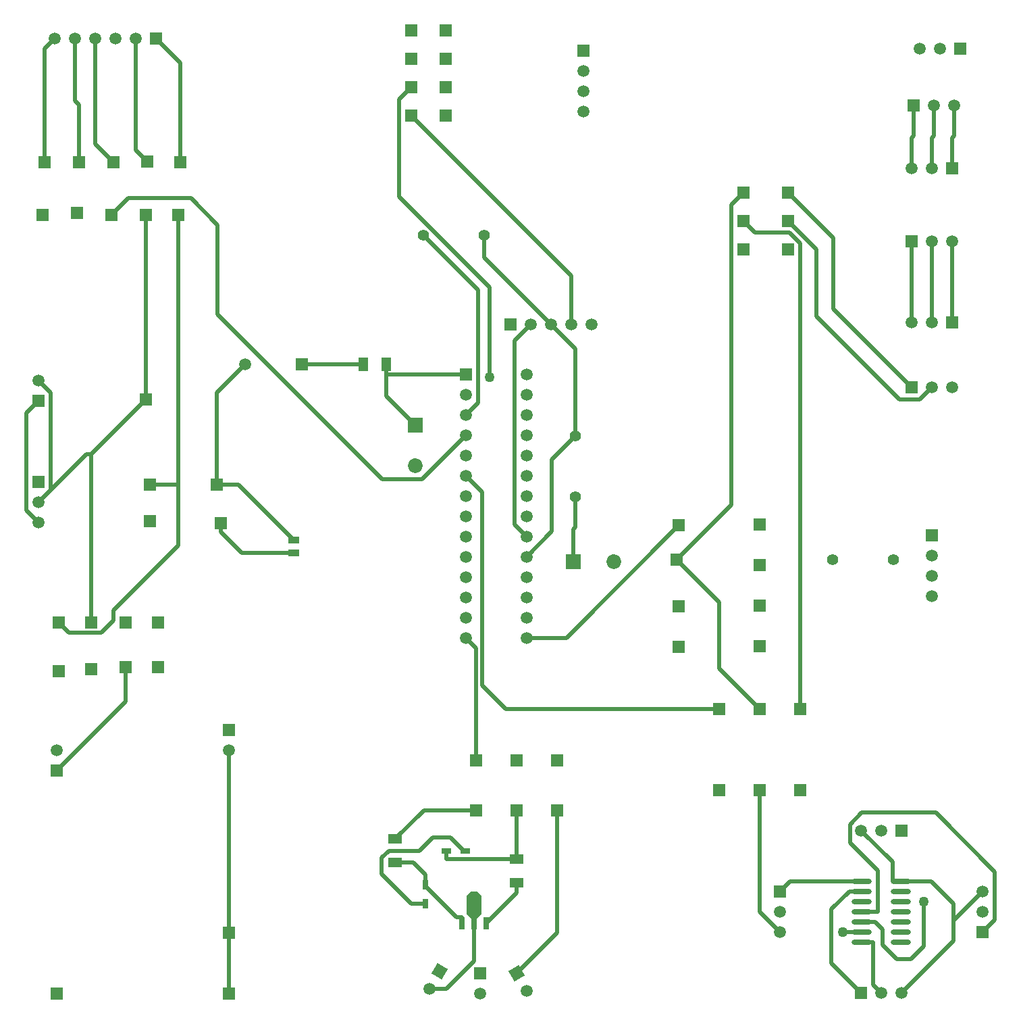
<source format=gbr>
G04 Layer_Physical_Order=1*
G04 Layer_Color=255*
%FSLAX26Y26*%
%MOIN*%
%TF.FileFunction,Copper,L1,Top,Signal*%
%TF.Part,Single*%
G01*
G75*
%TA.AperFunction,SMDPad,CuDef*%
%ADD10R,0.045276X0.070866*%
%ADD11R,0.027559X0.062992*%
%ADD12R,0.031496X0.055118*%
%ADD13R,0.030000X0.045000*%
%ADD14R,0.045000X0.030000*%
%ADD15R,0.070866X0.045276*%
%ADD16R,0.053150X0.037402*%
%ADD17O,0.098425X0.027559*%
%TA.AperFunction,Conductor*%
%ADD18C,0.020000*%
%TA.AperFunction,NonConductor*%
%ADD19C,0.020000*%
%TA.AperFunction,ComponentPad*%
%ADD20R,0.059055X0.059055*%
%ADD21C,0.059055*%
%ADD22C,0.055118*%
%ADD23R,0.072835X0.072835*%
%ADD24C,0.072835*%
%ADD25R,0.059055X0.059055*%
%ADD26P,0.083516X4X345.0*%
%ADD27P,0.083516X4X285.0*%
%ADD28R,0.072835X0.072835*%
%TA.AperFunction,ViaPad*%
%ADD29C,0.050000*%
G36*
X2347402Y562835D02*
Y472284D01*
X2325748Y450630D01*
X2294252D01*
X2272598Y472284D01*
Y562835D01*
X2294252Y584488D01*
X2325748D01*
X2347402Y562835D01*
D02*
G37*
D10*
X1762914Y3185000D02*
D03*
X1877086D02*
D03*
D11*
X2250944Y427008D02*
D03*
X2369056D02*
D03*
D12*
X2310000Y423070D02*
D03*
D13*
X2070000Y616260D02*
D03*
Y523740D02*
D03*
D14*
X2266260Y785000D02*
D03*
X2173740D02*
D03*
D15*
X2520000Y627914D02*
D03*
Y742086D02*
D03*
X1920000Y842086D02*
D03*
Y727914D02*
D03*
D16*
X1420000Y2316496D02*
D03*
Y2253504D02*
D03*
D17*
X4416456Y335000D02*
D03*
Y385000D02*
D03*
Y435000D02*
D03*
Y485000D02*
D03*
Y535000D02*
D03*
Y585000D02*
D03*
Y635000D02*
D03*
X4223544Y335000D02*
D03*
Y385000D02*
D03*
Y435000D02*
D03*
Y485000D02*
D03*
Y535000D02*
D03*
Y585000D02*
D03*
Y635000D02*
D03*
D18*
X2520000Y577952D02*
Y627914D01*
X2369056Y427008D02*
X2520000Y577952D01*
X860000Y4180000D02*
Y4670000D01*
X740000Y4790000D02*
X860000Y4670000D01*
X640000Y4240000D02*
X695000Y4185000D01*
X640000Y4240000D02*
Y4790000D01*
X440000Y4270000D02*
X530000Y4180000D01*
X440000Y4270000D02*
Y4790000D01*
X340000Y4485000D02*
Y4790000D01*
Y4485000D02*
X360000Y4465000D01*
Y4180000D02*
Y4465000D01*
X190000Y4740000D02*
X240000Y4790000D01*
X190000Y4180000D02*
Y4740000D01*
X590000Y1520000D02*
Y1690000D01*
X250000Y1180000D02*
X590000Y1520000D01*
X100000Y2945000D02*
X160000Y3005000D01*
X100000Y2465000D02*
Y2945000D01*
Y2465000D02*
X160000Y2405000D01*
X1146496Y2590000D02*
X1420000Y2316496D01*
X1040000Y2590000D02*
X1146496D01*
X1040000Y3044764D02*
X1180236Y3185000D01*
X1040000Y2590000D02*
Y3044764D01*
X690000Y3010000D02*
Y3920000D01*
X420000Y2740000D02*
X690000Y3010000D01*
X420000Y1910000D02*
Y2740000D01*
X4529000Y315000D02*
Y532000D01*
X4465000Y251000D02*
X4529000Y315000D01*
X4397000Y251000D02*
X4465000D01*
X4328000Y320000D02*
X4397000Y251000D01*
X4328000Y320000D02*
Y397000D01*
X4290000Y435000D02*
X4328000Y397000D01*
X4223544Y435000D02*
X4290000D01*
X4280000Y125000D02*
X4320000Y85000D01*
X4223544Y335000D02*
X4280000D01*
X4676000Y341000D02*
Y441000D01*
X4820000Y585000D01*
X4420000Y85000D02*
X4676000Y341000D01*
X4565000Y635000D02*
X4676000Y524000D01*
X4416456Y635000D02*
X4565000D01*
X4375268D02*
X4416456D01*
X4220000Y885000D02*
X4375268Y729732D01*
X3720000Y485000D02*
Y1085000D01*
Y485000D02*
X3820000Y385000D01*
X4162000Y585000D02*
X4223544D01*
X4074328Y497328D02*
X4162000Y585000D01*
X4074328Y230672D02*
Y497328D01*
Y230672D02*
X4220000Y85000D01*
X3870000Y635000D02*
X4223544D01*
X3820000Y585000D02*
X3870000Y635000D01*
X4130000Y385000D02*
X4223544D01*
X2520000Y742086D02*
Y985000D01*
X2062914D02*
X2320000D01*
X1920000Y842086D02*
X2062914Y985000D01*
X2720000Y380000D02*
Y985000D01*
X2520000Y180000D02*
X2720000Y380000D01*
X2250944Y427008D02*
Y456000D01*
X2070000Y609000D02*
X2223000Y456000D01*
X2070000Y609000D02*
Y616260D01*
X1920000Y727914D02*
X2010086D01*
X2070000Y668000D01*
Y616260D02*
Y668000D01*
X3520000Y1685000D02*
X3720000Y1485000D01*
X3520000Y1685000D02*
Y2010000D01*
X3310000Y2220000D02*
X3520000Y2010000D01*
X3310000Y2220000D02*
X3580000Y2490000D01*
Y3970000D01*
X3640000Y4030000D01*
X2053000Y2618000D02*
X2270000Y2835000D01*
X1857000Y2618000D02*
X2053000D01*
X1044000Y3431000D02*
X1857000Y2618000D01*
X1044000Y3431000D02*
Y3870000D01*
X912000Y4002000D02*
X1044000Y3870000D01*
X602000Y4002000D02*
X912000D01*
X520000Y3920000D02*
X602000Y4002000D01*
X2270000Y2935000D02*
X2330000Y2995000D01*
Y3550000D01*
X2060000Y3820000D02*
X2330000Y3550000D01*
X2765000Y1835000D02*
X3320000Y2390000D01*
X2570000Y1835000D02*
X2765000D01*
X2000000Y4410000D02*
X2790000Y3620000D01*
Y3380000D02*
Y3620000D01*
X1459764Y3185000D02*
X1762914D01*
X1877086Y3135000D02*
X2270000D01*
X1877086Y3027914D02*
X2020000Y2885000D01*
X4082000Y3458000D02*
X4470000Y3070000D01*
X4082000Y3458000D02*
Y3808000D01*
X3860000Y4030000D02*
X4082000Y3808000D01*
X2320000Y1230000D02*
Y1785000D01*
X2270000Y1835000D02*
X2320000Y1785000D01*
X2360000Y3710000D02*
Y3820000D01*
Y3710000D02*
X2690000Y3380000D01*
X2570000Y2235000D02*
X2694000Y2359000D01*
Y2714000D01*
X2810000Y2830000D01*
X2690000Y3380000D02*
X2810000Y3260000D01*
Y2830000D02*
Y3260000D01*
Y2380000D02*
Y2530000D01*
X2800000Y2370000D02*
X2810000Y2380000D01*
X2800000Y2210000D02*
Y2370000D01*
X4480000Y4310000D02*
Y4460000D01*
X4470000Y4300000D02*
X4480000Y4310000D01*
X4470000Y4150000D02*
Y4300000D01*
X4580000Y4310000D02*
Y4460000D01*
X4570000Y4300000D02*
X4580000Y4310000D01*
X4570000Y4150000D02*
Y4300000D01*
X4680000Y4310000D02*
Y4460000D01*
X4670000Y4300000D02*
X4680000Y4310000D01*
X4670000Y4150000D02*
Y4300000D01*
X4570000Y3390000D02*
Y3790000D01*
X1100000Y380000D02*
Y1280000D01*
Y80000D02*
Y380000D01*
X4670000Y3390000D02*
Y3790000D01*
X2510000Y3300000D02*
X2590000Y3380000D01*
X2510000Y2395000D02*
Y3300000D01*
Y2395000D02*
X2570000Y2335000D01*
X160000Y2505000D02*
X220000Y2565000D01*
Y3045000D01*
X160000Y3105000D02*
X220000Y3045000D01*
X3640000Y3890000D02*
X3695000Y3835000D01*
X3865000D01*
X3920000Y3780000D01*
Y1485000D02*
Y3780000D01*
X4820000Y385000D02*
X4880000Y445000D01*
Y681000D01*
X4589000Y972000D02*
X4880000Y681000D01*
X4222000Y972000D02*
X4589000D01*
X4165000Y915000D02*
X4222000Y972000D01*
X4165000Y825000D02*
Y915000D01*
Y825000D02*
X4303000Y687000D01*
Y485000D02*
Y687000D01*
X4223544Y485000D02*
X4303000D01*
X2173740Y745000D02*
X2520000Y742086D01*
X2173740Y745000D02*
Y785000D01*
X2310000Y240000D02*
Y423070D01*
X2173398Y103398D02*
X2310000Y240000D01*
X2090000Y103398D02*
X2173398D01*
X2259000Y785000D02*
X2266260D01*
X2193000Y851000D02*
X2259000Y785000D01*
X2106000Y851000D02*
X2193000D01*
X2040000Y785000D02*
X2106000Y851000D01*
X1890000Y785000D02*
X2040000D01*
X1854000Y749000D02*
X1890000Y785000D01*
X1854000Y670000D02*
Y749000D01*
Y670000D02*
X2001000Y523000D01*
X2070000D02*
Y523740D01*
X530000Y1970000D02*
X850000Y2290000D01*
X530000Y1920000D02*
Y1970000D01*
X470000Y1860000D02*
X530000Y1920000D01*
X310000Y1860000D02*
X470000D01*
X260000Y1910000D02*
X310000Y1860000D01*
X2465000Y1485000D02*
X3520000D01*
X2350000Y1600000D02*
X2465000Y1485000D01*
X2350000Y1600000D02*
Y2555000D01*
X2270000Y2635000D02*
X2350000Y2555000D01*
X2385000Y3120000D02*
Y3565000D01*
X1940000Y4010000D02*
X2385000Y3565000D01*
X1940000Y4010000D02*
Y4490000D01*
X2000000Y4550000D01*
X3860000Y3890000D02*
X4001000Y3749000D01*
Y3419000D02*
Y3749000D01*
Y3419000D02*
X4410000Y3010000D01*
X4510000D01*
X4570000Y3070000D01*
X4280000Y125000D02*
Y335000D01*
X4375268Y635000D02*
Y729732D01*
X4676000Y441000D02*
Y524000D01*
X2223000Y456000D02*
X2250944D01*
X2001000Y523000D02*
X2070000D01*
X1877086Y3027914D02*
Y3135000D01*
Y3185000D01*
X220000Y2565000D02*
X395000Y2740000D01*
X420000D01*
X710000Y2590000D02*
X840000D01*
X850000Y2290000D02*
Y3920000D01*
D19*
X4470000Y3370000D02*
Y3790000D01*
X1161968Y2253504D02*
X1420000D01*
X1095472Y2320000D02*
X1161968Y2253504D01*
X1060000Y2355472D02*
X1095472Y2320000D01*
X1060000Y2355472D02*
Y2410000D01*
D20*
X1100000Y80000D02*
D03*
Y380000D02*
D03*
X250000Y80000D02*
D03*
X1100000Y1380000D02*
D03*
X690000Y3010000D02*
D03*
X250000Y1180000D02*
D03*
X2320000Y1230000D02*
D03*
X3860000Y3750000D02*
D03*
Y4030000D02*
D03*
X3640000D02*
D03*
X3860000Y3890000D02*
D03*
X3640000Y3750000D02*
D03*
X2850000Y4730000D02*
D03*
X2170000Y4550000D02*
D03*
Y4830000D02*
D03*
Y4410000D02*
D03*
Y4690000D02*
D03*
X2000000Y4830000D02*
D03*
X260000Y1670000D02*
D03*
X420000Y1680000D02*
D03*
Y1910000D02*
D03*
X260000D02*
D03*
X2000000Y4690000D02*
D03*
Y4410000D02*
D03*
Y4550000D02*
D03*
X180000Y3920000D02*
D03*
X520000D02*
D03*
X850000D02*
D03*
X690000D02*
D03*
X350000Y3930000D02*
D03*
X750000Y1690000D02*
D03*
X590000D02*
D03*
X750000Y1910000D02*
D03*
X590000D02*
D03*
X530000Y4180000D02*
D03*
X695000Y4185000D02*
D03*
X860000Y4180000D02*
D03*
X2340000Y180000D02*
D03*
X4570000Y2340000D02*
D03*
X2720000Y1230000D02*
D03*
X3520000Y1485000D02*
D03*
X1040000Y2590000D02*
D03*
X1060000Y2400000D02*
D03*
X710000Y2590000D02*
D03*
X160000Y2605000D02*
D03*
X3920000Y1485000D02*
D03*
X710000Y2410000D02*
D03*
X3720000Y1485000D02*
D03*
X2520000Y1230000D02*
D03*
X3520000Y1085000D02*
D03*
X2320000Y985000D02*
D03*
X2720000D02*
D03*
X2520000D02*
D03*
X3640000Y3890000D02*
D03*
X160000Y3005000D02*
D03*
X3310000Y2220000D02*
D03*
X3320000Y2390000D02*
D03*
Y1790000D02*
D03*
Y1990000D02*
D03*
X4820000Y385000D02*
D03*
X3820000Y585000D02*
D03*
D21*
X1100000Y1280000D02*
D03*
X250000D02*
D03*
X4610000Y4740000D02*
D03*
X4510000D02*
D03*
X4580000Y4460000D02*
D03*
X4680000D02*
D03*
X4570000Y4150000D02*
D03*
X4470000D02*
D03*
X4570000Y3790000D02*
D03*
X4670000D02*
D03*
X4570000Y3390000D02*
D03*
X4470000D02*
D03*
X4570000Y3070000D02*
D03*
X4670000D02*
D03*
X2850000Y4430000D02*
D03*
Y4530000D02*
D03*
Y4630000D02*
D03*
X2270000Y3035000D02*
D03*
Y2935000D02*
D03*
Y2835000D02*
D03*
Y2735000D02*
D03*
Y2635000D02*
D03*
Y2535000D02*
D03*
Y2435000D02*
D03*
Y2335000D02*
D03*
Y2235000D02*
D03*
Y2135000D02*
D03*
Y2035000D02*
D03*
Y1935000D02*
D03*
Y1835000D02*
D03*
X2570000Y3135000D02*
D03*
Y3035000D02*
D03*
Y2935000D02*
D03*
Y2835000D02*
D03*
Y2735000D02*
D03*
Y2635000D02*
D03*
Y2535000D02*
D03*
Y2435000D02*
D03*
Y2335000D02*
D03*
Y2235000D02*
D03*
Y2135000D02*
D03*
Y2035000D02*
D03*
Y1935000D02*
D03*
Y1835000D02*
D03*
Y93398D02*
D03*
X2340000Y80000D02*
D03*
X2090000Y103398D02*
D03*
X4570000Y2040000D02*
D03*
Y2140000D02*
D03*
Y2240000D02*
D03*
X160000Y2505000D02*
D03*
Y2405000D02*
D03*
X640000Y4790000D02*
D03*
X540000D02*
D03*
X440000D02*
D03*
X340000D02*
D03*
X240000D02*
D03*
X160000Y3105000D02*
D03*
X2890000Y3380000D02*
D03*
X2790000D02*
D03*
X2690000D02*
D03*
X2590000D02*
D03*
X1180236Y3185000D02*
D03*
X4320000Y885000D02*
D03*
X4220000D02*
D03*
X4820000Y485000D02*
D03*
Y585000D02*
D03*
X4320000Y85000D02*
D03*
X4420000D02*
D03*
X3820000Y485000D02*
D03*
Y385000D02*
D03*
D22*
X2060000Y3820000D02*
D03*
X2360000D02*
D03*
X4080000Y2220000D02*
D03*
X4380000D02*
D03*
X2810000Y2830000D02*
D03*
Y2530000D02*
D03*
D23*
X2800000Y2210000D02*
D03*
D24*
X3000000D02*
D03*
X2020000Y2685000D02*
D03*
D25*
X4710000Y4740000D02*
D03*
X4480000Y4460000D02*
D03*
X4670000Y4150000D02*
D03*
X4470000Y3790000D02*
D03*
X4670000Y3390000D02*
D03*
X4470000Y3070000D02*
D03*
X2270000Y3135000D02*
D03*
X190000Y4180000D02*
D03*
X360000D02*
D03*
X3720000Y2395000D02*
D03*
Y1795000D02*
D03*
Y1995000D02*
D03*
Y2195000D02*
D03*
X3920000Y1085000D02*
D03*
X3720000D02*
D03*
X740000Y4790000D02*
D03*
X2490000Y3380000D02*
D03*
X1459764Y3185000D02*
D03*
X4420000Y885000D02*
D03*
X4220000Y85000D02*
D03*
D26*
X2520000Y180000D02*
D03*
D27*
X2140000Y190000D02*
D03*
D28*
X2020000Y2885000D02*
D03*
D29*
X4529000Y532000D02*
D03*
X4130000Y385000D02*
D03*
X2385000Y3120000D02*
D03*
%TF.MD5,E62AD69715E7D8935754E348624E3571*%
M02*

</source>
